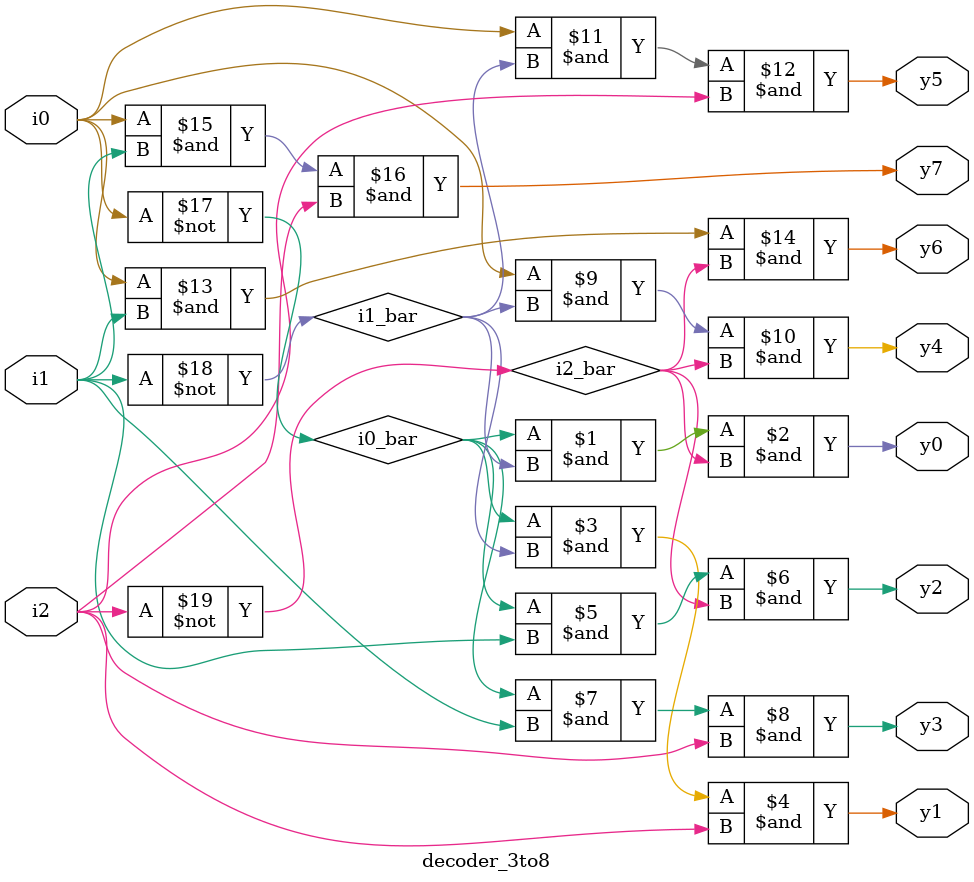
<source format=v>
`timescale 1ns / 1ps


module decoder_3to8(i0,i1,i2,y0,y1,y2,y3,y4,y5,y6,y7);
input i0,i1,i2;
output y0,y1,y2,y3,y4,y5,y6,y7;
wire i0_bar,i1_bar,i2_bar;

not not01(i0_bar,i0);
not not02(i1_bar,i1);
not not03(i2_bar,i2);
and and01(y0,i0_bar,i1_bar,i2_bar);
and and02(y1,i0_bar,i1_bar,i2);
and and03(y2,i0_bar,i1,i2_bar);
and and04(y3,i0_bar,i1,i2);
and and05(y4,i0,i1_bar,i2_bar);
and and06(y5,i0,i1_bar,i2);
and and07(y6,i0,i1,i2_bar);
and and08(y7,i0,i1,i2);
endmodule

</source>
